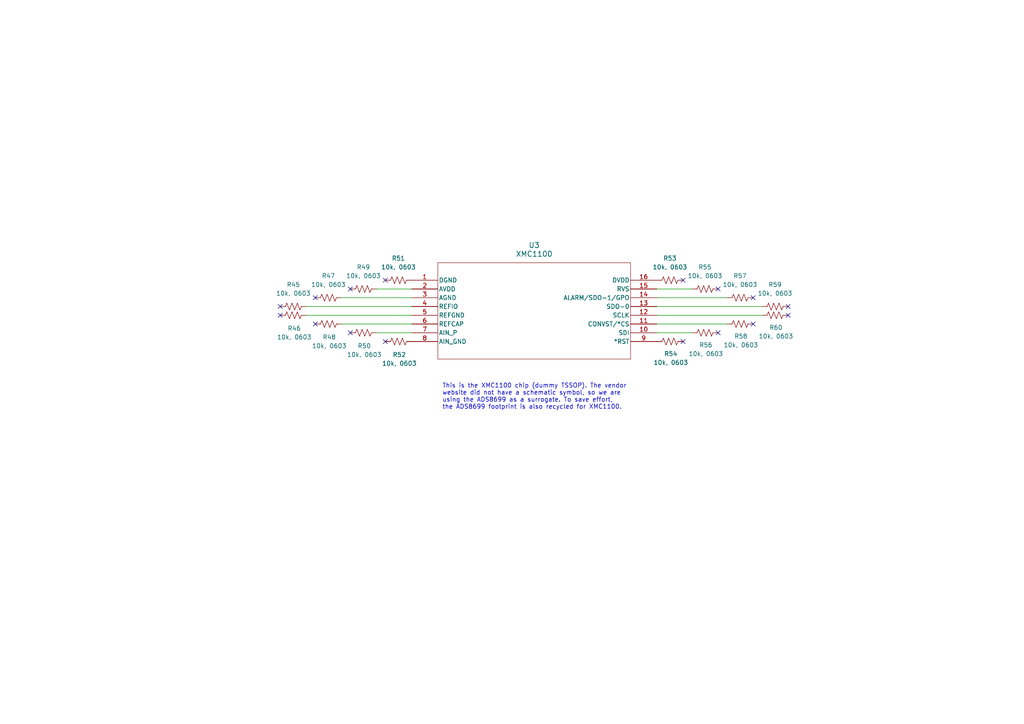
<source format=kicad_sch>
(kicad_sch (version 20250114) (generator "eeschema") (generator_version "9.0")
  (paper "A4")
  (lib_symbols
    (symbol "ADS8699:ADS8699IPW" (pin_names (offset 0.254))
      (property "Reference" "U" (at 35.56 10.16 0))
      (property "Value" "ADS8699IPW" (at 35.56 7.62 0))
      (symbol "ADS8699IPW_0_1"
        (polyline (pts (xy 7.62 5.08) (xy 7.62 -22.86)) (stroke (width 0.127)))
        (polyline (pts (xy 7.62 -22.86) (xy 63.5 -22.86)) (stroke (width 0.127)))
        (polyline (pts (xy 63.5 5.08) (xy 7.62 5.08)) (stroke (width 0.127)))
        (polyline (pts (xy 63.5 -22.86) (xy 63.5 5.08)) (stroke (width 0.127)))
        (pin power_in line (at 0 0 0) (length 7.62) (name "DGND") (number "1"))
        (pin power_in line (at 0 -2.54 0) (length 7.62) (name "AVDD") (number "2"))
        (pin power_in line (at 0 -5.08 0) (length 7.62) (name "AGND") (number "3"))
        (pin bidirectional line (at 0 -7.62 0) (length 7.62) (name "REFIO") (number "4"))
        (pin power_in line (at 0 -10.16 0) (length 7.62) (name "REFGND") (number "5"))
        (pin output line (at 0 -12.7 0) (length 7.62) (name "REFCAP") (number "6"))
        (pin input line (at 0 -15.24 0) (length 7.62) (name "AIN_P") (number "7"))
        (pin input line (at 0 -17.78 0) (length 7.62) (name "AIN_GND") (number "8"))
        (pin power_in line (at 71.12 0 180) (length 7.62) (name "DVDD") (number "16"))
        (pin output line (at 71.12 -2.54 180) (length 7.62) (name "RVS") (number "15"))
        (pin output line (at 71.12 -5.08 180) (length 7.62) (name "ALARM/SDO-1/GPO") (number "14"))
        (pin output line (at 71.12 -7.62 180) (length 7.62) (name "SDO-0") (number "13"))
        (pin input line (at 71.12 -10.16 180) (length 7.62) (name "SCLK") (number "12"))
        (pin input line (at 71.12 -12.7 180) (length 7.62) (name "CONVST/*CS") (number "11"))
        (pin input line (at 71.12 -15.24 180) (length 7.62) (name "SDI") (number "10"))
        (pin input line (at 71.12 -17.78 180) (length 7.62) (name "*RST") (number "9"))
      )
    )
    (symbol "Device:R_US" (pin_numbers (hide yes)) (pin_names (offset 0))
      (property "Reference" "R" (at 2.54 0 90))
      (property "Value" "R_US" (at -2.54 0 90))
      (symbol "R_US_0_1"
        (polyline (pts (xy 0 2.286) (xy 0 2.54)))
        (polyline (pts (xy 0 2.286) (xy 1.016 1.905) (xy 0 1.524) (xy -1.016 1.143) (xy 0 0.762)))
        (polyline (pts (xy 0 0.762) (xy 1.016 0.381) (xy 0 0) (xy -1.016 -0.381) (xy 0 -0.762)))
        (polyline (pts (xy 0 -0.762) (xy 1.016 -1.143) (xy 0 -1.524) (xy -1.016 -1.905) (xy 0 -2.286)))
        (polyline (pts (xy 0 -2.286) (xy 0 -2.54)))
      )
      (symbol "R_US_1_1"
        (pin passive line (at 0 3.81 270) (length 1.27) (name "~") (number "1"))
        (pin passive line (at 0 -3.81 90) (length 1.27) (name "~") (number "2"))
      )
    )
  )
  (text "This is the XMC1100 chip (dummy TSSOP). The vendor\nwebsite did not have a schematic symbol, so we are\nusing the ADS8699 as a surrogate. To save effort,\nthe ADS8699 footprint is also recycled for XMC1100." (at 128.27 111.252 0) (effects (font (size 1.27 1.27)) (justify left top)))
  (no_connect (at 218.44 93.98))
  (no_connect (at 81.28 88.9))
  (no_connect (at 101.6 96.52))
  (no_connect (at 208.28 96.52))
  (no_connect (at 111.76 81.28))
  (no_connect (at 208.28 83.82))
  (no_connect (at 228.6 88.9))
  (no_connect (at 91.44 86.36))
  (no_connect (at 218.44 86.36))
  (no_connect (at 91.44 93.98))
  (no_connect (at 101.6 83.82))
  (no_connect (at 198.12 99.06))
  (no_connect (at 81.28 91.44))
  (no_connect (at 111.76 99.06))
  (no_connect (at 228.6 91.44))
  (no_connect (at 198.12 81.28))
  (wire (pts (xy 190.5 93.98) (xy 210.82 93.98)))
  (wire (pts (xy 99.06 93.98) (xy 119.38 93.98)))
  (wire (pts (xy 109.22 83.82) (xy 119.38 83.82)))
  (wire (pts (xy 190.5 88.9) (xy 220.98 88.9)))
  (wire (pts (xy 109.22 96.52) (xy 119.38 96.52)))
  (wire (pts (xy 88.9 91.44) (xy 119.38 91.44)))
  (wire (pts (xy 190.5 91.44) (xy 220.98 91.44)))
  (wire (pts (xy 190.5 83.82) (xy 200.66 83.82)))
  (wire (pts (xy 190.5 96.52) (xy 200.66 96.52)))
  (wire (pts (xy 99.06 86.36) (xy 119.38 86.36)))
  (wire (pts (xy 88.9 88.9) (xy 119.38 88.9)))
  (wire (pts (xy 190.5 86.36) (xy 210.82 86.36)))
  (symbol (lib_id "Device:R_US") (at 214.63 86.36 90) (unit 1)
    (property "Reference" "R57" (at 214.63 80.01 90))
    (property "Value" "10k, 0603" (at 214.63 82.55 90))
    (property "Footprint" "TwoTerminal:RESC0603" (effects (hide yes)))
    (property "Description" "Resistor, US symbol" (effects (hide yes)))
    (property "Purchase Link" "https://www.digikey.com/en/products/detail/vishay-dale/CRCW060310K0FKEA/1174782" (effects (hide yes)))
    (property "Cost" "$0.10" (effects (hide yes)))
    (property "RoHS Compliant" "YES" (effects (hide yes)))
    (property "Cost (qty10)" "$0.030" (effects (hide yes)))
  )
  (symbol (lib_id "Device:R_US") (at 194.31 99.06 90) (unit 1)
    (property "Reference" "R54" (at 194.564 102.616 90))
    (property "Value" "10k, 0603" (at 194.564 105.156 90))
    (property "Footprint" "TwoTerminal:RESC0603" (effects (hide yes)))
    (property "Description" "Resistor, US symbol" (effects (hide yes)))
    (property "Purchase Link" "https://www.digikey.com/en/products/detail/vishay-dale/CRCW060310K0FKEA/1174782" (effects (hide yes)))
    (property "Cost" "$0.10" (effects (hide yes)))
    (property "RoHS Compliant" "YES" (effects (hide yes)))
    (property "Cost (qty10)" "$0.030" (effects (hide yes)))
  )
  (symbol (lib_id "Device:R_US") (at 115.57 99.06 90) (unit 1)
    (property "Reference" "R52" (at 115.824 102.87 90))
    (property "Value" "10k, 0603" (at 115.824 105.41 90))
    (property "Footprint" "TwoTerminal:RESC0603" (effects (hide yes)))
    (property "Description" "Resistor, US symbol" (effects (hide yes)))
    (property "Purchase Link" "https://www.digikey.com/en/products/detail/vishay-dale/CRCW060310K0FKEA/1174782" (effects (hide yes)))
    (property "Cost" "$0.10" (effects (hide yes)))
    (property "RoHS Compliant" "YES" (effects (hide yes)))
    (property "Cost (qty10)" "$0.030" (effects (hide yes)))
  )
  (symbol (lib_id "Device:R_US") (at 115.57 81.28 90) (unit 1)
    (property "Reference" "R51" (at 115.57 74.93 90))
    (property "Value" "10k, 0603" (at 115.57 77.47 90))
    (property "Footprint" "TwoTerminal:RESC0603" (effects (hide yes)))
    (property "Description" "Resistor, US symbol" (effects (hide yes)))
    (property "Purchase Link" "https://www.digikey.com/en/products/detail/vishay-dale/CRCW060310K0FKEA/1174782" (effects (hide yes)))
    (property "Cost" "$0.10" (effects (hide yes)))
    (property "RoHS Compliant" "YES" (effects (hide yes)))
    (property "Cost (qty10)" "$0.030" (effects (hide yes)))
  )
  (symbol (lib_id "ADS8699:ADS8699IPW") (at 119.38 81.28 0) (unit 1)
    (property "Reference" "U3" (at 154.94 71.12 0) (effects (font (size 1.524 1.524))))
    (property "Value" "XMC1100" (at 154.94 73.66 0) (effects (font (size 1.524 1.524))))
    (property "Footprint" "IC:ADS8699" (effects (hide yes)))
    (property "Purchase Link" "https://www.digikey.com/en/products/detail/infineon-technologies/XMC1100T016F0016ABXUMA1/5845348" (effects (hide yes)))
    (property "Cost" "$0.69" (effects (hide yes)))
    (property "RoHS Compliant" "YES" (effects (hide yes)))
    (property "Cost (qty10)" "$0.489" (effects (hide yes)))
  )
  (symbol (lib_id "Device:R_US") (at 204.47 83.82 90) (unit 1)
    (property "Reference" "R55" (at 204.47 77.47 90))
    (property "Value" "10k, 0603" (at 204.47 80.01 90))
    (property "Footprint" "TwoTerminal:RESC0603" (effects (hide yes)))
    (property "Description" "Resistor, US symbol" (effects (hide yes)))
    (property "Purchase Link" "https://www.digikey.com/en/products/detail/vishay-dale/CRCW060310K0FKEA/1174782" (effects (hide yes)))
    (property "Cost" "$0.10" (effects (hide yes)))
    (property "RoHS Compliant" "YES" (effects (hide yes)))
    (property "Cost (qty10)" "$0.030" (effects (hide yes)))
  )
  (symbol (lib_id "Device:R_US") (at 95.25 86.36 90) (unit 1)
    (property "Reference" "R47" (at 95.25 80.01 90))
    (property "Value" "10k, 0603" (at 95.25 82.55 90))
    (property "Footprint" "TwoTerminal:RESC0603" (effects (hide yes)))
    (property "Description" "Resistor, US symbol" (effects (hide yes)))
    (property "Purchase Link" "https://www.digikey.com/en/products/detail/vishay-dale/CRCW060310K0FKEA/1174782" (effects (hide yes)))
    (property "Cost" "$0.10" (effects (hide yes)))
    (property "RoHS Compliant" "YES" (effects (hide yes)))
    (property "Cost (qty10)" "$0.030" (effects (hide yes)))
  )
  (symbol (lib_id "Device:R_US") (at 224.79 91.44 90) (unit 1)
    (property "Reference" "R60" (at 225.044 94.996 90))
    (property "Value" "10k, 0603" (at 225.044 97.536 90))
    (property "Footprint" "TwoTerminal:RESC0603" (effects (hide yes)))
    (property "Description" "Resistor, US symbol" (effects (hide yes)))
    (property "Purchase Link" "https://www.digikey.com/en/products/detail/vishay-dale/CRCW060310K0FKEA/1174782" (effects (hide yes)))
    (property "Cost" "$0.10" (effects (hide yes)))
    (property "RoHS Compliant" "YES" (effects (hide yes)))
    (property "Cost (qty10)" "$0.030" (effects (hide yes)))
  )
  (symbol (lib_id "Device:R_US") (at 85.09 91.44 90) (unit 1)
    (property "Reference" "R46" (at 85.344 95.25 90))
    (property "Value" "10k, 0603" (at 85.344 97.79 90))
    (property "Footprint" "TwoTerminal:RESC0603" (effects (hide yes)))
    (property "Description" "Resistor, US symbol" (effects (hide yes)))
    (property "Purchase Link" "https://www.digikey.com/en/products/detail/vishay-dale/CRCW060310K0FKEA/1174782" (effects (hide yes)))
    (property "Cost" "$0.10" (effects (hide yes)))
    (property "RoHS Compliant" "YES" (effects (hide yes)))
    (property "Cost (qty10)" "$0.030" (effects (hide yes)))
  )
  (symbol (lib_id "Device:R_US") (at 194.31 81.28 90) (unit 1)
    (property "Reference" "R53" (at 194.31 74.93 90))
    (property "Value" "10k, 0603" (at 194.31 77.47 90))
    (property "Footprint" "TwoTerminal:RESC0603" (effects (hide yes)))
    (property "Description" "Resistor, US symbol" (effects (hide yes)))
    (property "Purchase Link" "https://www.digikey.com/en/products/detail/vishay-dale/CRCW060310K0FKEA/1174782" (effects (hide yes)))
    (property "Cost" "$0.10" (effects (hide yes)))
    (property "RoHS Compliant" "YES" (effects (hide yes)))
    (property "Cost (qty10)" "$0.030" (effects (hide yes)))
  )
  (symbol (lib_id "Device:R_US") (at 105.41 83.82 90) (unit 1)
    (property "Reference" "R49" (at 105.41 77.47 90))
    (property "Value" "10k, 0603" (at 105.41 80.01 90))
    (property "Footprint" "TwoTerminal:RESC0603" (effects (hide yes)))
    (property "Description" "Resistor, US symbol" (effects (hide yes)))
    (property "Purchase Link" "https://www.digikey.com/en/products/detail/vishay-dale/CRCW060310K0FKEA/1174782" (effects (hide yes)))
    (property "Cost" "$0.10" (effects (hide yes)))
    (property "RoHS Compliant" "YES" (effects (hide yes)))
    (property "Cost (qty10)" "$0.030" (effects (hide yes)))
  )
  (symbol (lib_id "Device:R_US") (at 105.41 96.52 90) (unit 1)
    (property "Reference" "R50" (at 105.664 100.33 90))
    (property "Value" "10k, 0603" (at 105.664 102.87 90))
    (property "Footprint" "TwoTerminal:RESC0603" (effects (hide yes)))
    (property "Description" "Resistor, US symbol" (effects (hide yes)))
    (property "Purchase Link" "https://www.digikey.com/en/products/detail/vishay-dale/CRCW060310K0FKEA/1174782" (effects (hide yes)))
    (property "Cost" "$0.10" (effects (hide yes)))
    (property "RoHS Compliant" "YES" (effects (hide yes)))
    (property "Cost (qty10)" "$0.030" (effects (hide yes)))
  )
  (symbol (lib_id "Device:R_US") (at 204.47 96.52 90) (unit 1)
    (property "Reference" "R56" (at 204.724 100.076 90))
    (property "Value" "10k, 0603" (at 204.724 102.616 90))
    (property "Footprint" "TwoTerminal:RESC0603" (effects (hide yes)))
    (property "Description" "Resistor, US symbol" (effects (hide yes)))
    (property "Purchase Link" "https://www.digikey.com/en/products/detail/vishay-dale/CRCW060310K0FKEA/1174782" (effects (hide yes)))
    (property "Cost" "$0.10" (effects (hide yes)))
    (property "RoHS Compliant" "YES" (effects (hide yes)))
    (property "Cost (qty10)" "$0.030" (effects (hide yes)))
  )
  (symbol (lib_id "Device:R_US") (at 224.79 88.9 90) (unit 1)
    (property "Reference" "R59" (at 224.79 82.55 90))
    (property "Value" "10k, 0603" (at 224.79 85.09 90))
    (property "Footprint" "TwoTerminal:RESC0603" (effects (hide yes)))
    (property "Description" "Resistor, US symbol" (effects (hide yes)))
    (property "Purchase Link" "https://www.digikey.com/en/products/detail/vishay-dale/CRCW060310K0FKEA/1174782" (effects (hide yes)))
    (property "Cost" "$0.10" (effects (hide yes)))
    (property "RoHS Compliant" "YES" (effects (hide yes)))
    (property "Cost (qty10)" "$0.030" (effects (hide yes)))
  )
  (symbol (lib_id "Device:R_US") (at 85.09 88.9 90) (unit 1)
    (property "Reference" "R45" (at 85.09 82.55 90))
    (property "Value" "10k, 0603" (at 85.09 85.09 90))
    (property "Footprint" "TwoTerminal:RESC0603" (effects (hide yes)))
    (property "Description" "Resistor, US symbol" (effects (hide yes)))
    (property "Purchase Link" "https://www.digikey.com/en/products/detail/vishay-dale/CRCW060310K0FKEA/1174782" (effects (hide yes)))
    (property "Cost" "$0.10" (effects (hide yes)))
    (property "RoHS Compliant" "YES" (effects (hide yes)))
    (property "Cost (qty10)" "$0.030" (effects (hide yes)))
  )
  (symbol (lib_id "Device:R_US") (at 95.25 93.98 90) (unit 1)
    (property "Reference" "R48" (at 95.504 97.79 90))
    (property "Value" "10k, 0603" (at 95.504 100.33 90))
    (property "Footprint" "TwoTerminal:RESC0603" (effects (hide yes)))
    (property "Description" "Resistor, US symbol" (effects (hide yes)))
    (property "Purchase Link" "https://www.digikey.com/en/products/detail/vishay-dale/CRCW060310K0FKEA/1174782" (effects (hide yes)))
    (property "Cost" "$0.10" (effects (hide yes)))
    (property "RoHS Compliant" "YES" (effects (hide yes)))
    (property "Cost (qty10)" "$0.030" (effects (hide yes)))
  )
  (symbol (lib_id "Device:R_US") (at 214.63 93.98 90) (unit 1)
    (property "Reference" "R58" (at 214.884 97.536 90))
    (property "Value" "10k, 0603" (at 214.884 100.076 90))
    (property "Footprint" "TwoTerminal:RESC0603" (effects (hide yes)))
    (property "Description" "Resistor, US symbol" (effects (hide yes)))
    (property "Purchase Link" "https://www.digikey.com/en/products/detail/vishay-dale/CRCW060310K0FKEA/1174782" (effects (hide yes)))
    (property "Cost" "$0.10" (effects (hide yes)))
    (property "RoHS Compliant" "YES" (effects (hide yes)))
    (property "Cost (qty10)" "$0.030" (effects (hide yes)))
  )
)
</source>
